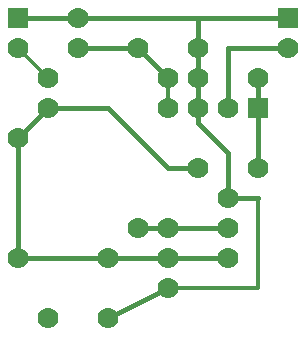
<source format=gbl>
G75*
%MOIN*%
%OFA0B0*%
%FSLAX25Y25*%
%IPPOS*%
%LPD*%
%AMOC8*
5,1,8,0,0,1.08239X$1,22.5*
%
%ADD10R,0.07000X0.07000*%
%ADD11C,0.07000*%
%ADD12C,0.01300*%
%ADD13C,0.01600*%
D10*
X0091236Y0081236D03*
X0101236Y0111236D03*
X0011236Y0111236D03*
D11*
X0021236Y0011236D03*
X0011236Y0031236D03*
X0041236Y0031236D03*
X0051236Y0041236D03*
X0061236Y0041236D03*
X0061236Y0031236D03*
X0061236Y0021236D03*
X0041236Y0011236D03*
X0081236Y0031236D03*
X0081236Y0041236D03*
X0081236Y0051236D03*
X0071236Y0061236D03*
X0071236Y0081236D03*
X0071236Y0091236D03*
X0071236Y0101236D03*
X0061236Y0091236D03*
X0061236Y0081236D03*
X0051236Y0101236D03*
X0031236Y0101236D03*
X0031236Y0111236D03*
X0021236Y0091236D03*
X0021236Y0081236D03*
X0011236Y0071236D03*
X0011236Y0101236D03*
X0081236Y0081236D03*
X0091236Y0091236D03*
X0101236Y0101236D03*
X0091236Y0061236D03*
D12*
X0091236Y0051236D02*
X0091236Y0021236D01*
X0061236Y0021236D01*
X0061236Y0081236D02*
X0061236Y0091236D01*
X0021236Y0091236D02*
X0011236Y0101236D01*
D13*
X0011236Y0111236D02*
X0031236Y0111236D01*
X0071236Y0111236D01*
X0071236Y0101236D01*
X0071236Y0091236D01*
X0071236Y0081236D02*
X0071236Y0076236D01*
X0081236Y0066236D01*
X0081236Y0051236D01*
X0091236Y0051236D01*
X0091236Y0061236D02*
X0091236Y0091236D01*
X0091236Y0081236D01*
X0081236Y0081236D02*
X0081236Y0101236D01*
X0101236Y0101236D01*
X0101236Y0111236D02*
X0071236Y0111236D01*
X0071236Y0101236D02*
X0071236Y0081236D01*
X0061236Y0091236D02*
X0051236Y0101236D01*
X0031236Y0101236D01*
X0021236Y0081236D02*
X0041236Y0081236D01*
X0061236Y0061236D01*
X0071236Y0061236D01*
X0081236Y0041236D02*
X0061236Y0041236D01*
X0051236Y0041236D01*
X0041236Y0031236D02*
X0011236Y0031236D01*
X0011236Y0071236D01*
X0021236Y0081236D01*
X0041236Y0031236D02*
X0061236Y0031236D01*
X0081236Y0031236D01*
X0061236Y0021236D02*
X0041236Y0011236D01*
M02*

</source>
